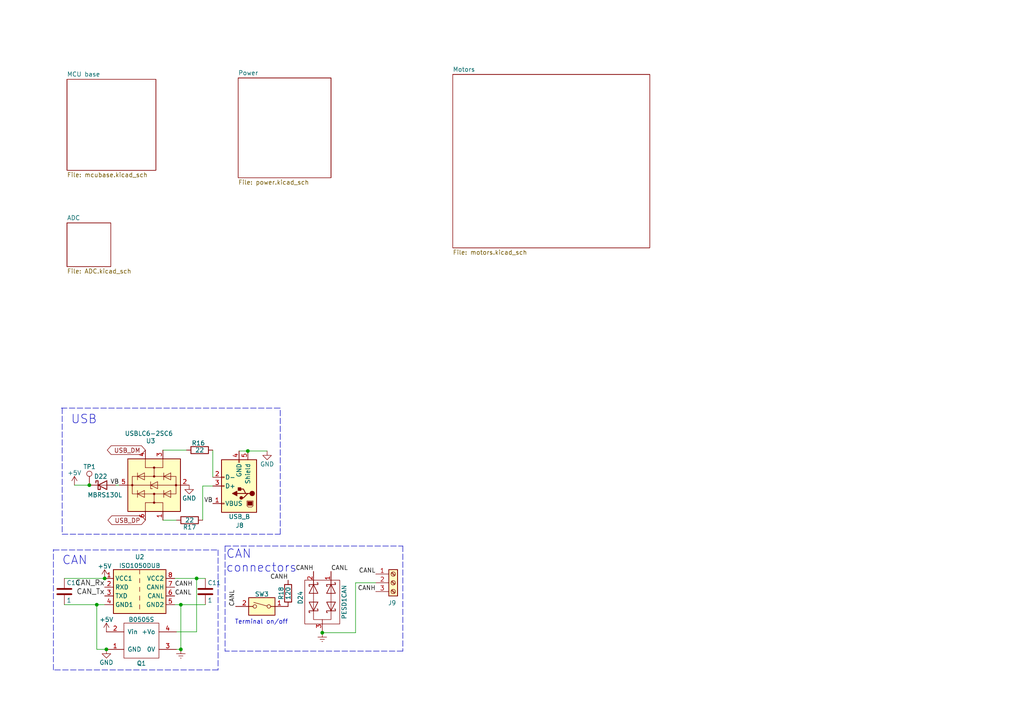
<source format=kicad_sch>
(kicad_sch (version 20211123) (generator eeschema)
  (paper "A4")
  (lib_symbols
    (symbol "Connector:Screw_Terminal_01x03" (pin_names (offset 1.016) hide)
      (property "Reference" "J" (at 0 5.08 0))
      (property "Value" "Screw_Terminal_01x03" (at 0 -5.08 0))
      (symbol "Screw_Terminal_01x03_1_1"
        (rectangle (start -1.27 3.81) (end 1.27 -3.81) (stroke (width 0.254)) (fill (type background)))
        (circle (center 0 -2.54) (radius 0.635) (stroke (width 0.1524)))
        (polyline (pts (xy -0.5334 -2.2098) (xy 0.3302 -3.048)) (stroke (width 0.1524)))
        (polyline (pts (xy -0.5334 0.3302) (xy 0.3302 -0.508)) (stroke (width 0.1524)))
        (polyline (pts (xy -0.5334 2.8702) (xy 0.3302 2.032)) (stroke (width 0.1524)))
        (polyline (pts (xy -0.3556 -2.032) (xy 0.508 -2.8702)) (stroke (width 0.1524)))
        (polyline (pts (xy -0.3556 0.508) (xy 0.508 -0.3302)) (stroke (width 0.1524)))
        (polyline (pts (xy -0.3556 3.048) (xy 0.508 2.2098)) (stroke (width 0.1524)))
        (circle (center 0 0) (radius 0.635) (stroke (width 0.1524)))
        (circle (center 0 2.54) (radius 0.635) (stroke (width 0.1524)))
        (pin passive line (at -5.08 2.54 0) (length 3.81) (name "Pin_1") (number "1"))
        (pin passive line (at -5.08 0 0) (length 3.81) (name "Pin_2") (number "2"))
        (pin passive line (at -5.08 -2.54 0) (length 3.81) (name "Pin_3") (number "3"))
      )
    )
    (symbol "Connector:TestPoint" (pin_numbers hide) (pin_names (offset 0.762) hide)
      (property "Reference" "TP" (at 0 6.858 0))
      (property "Value" "TestPoint" (at 0 5.08 0))
      (symbol "TestPoint_0_1"
        (circle (center 0 3.302) (radius 0.762))
      )
      (symbol "TestPoint_1_1"
        (pin passive line (at 0 0 90) (length 2.54) (name "1") (number "1"))
      )
    )
    (symbol "Connector:USB_B" (pin_names (offset 1.016))
      (property "Reference" "J" (at -5.08 11.43 0))
      (property "Value" "USB_B" (at -5.08 8.89 0))
      (symbol "USB_B_0_1"
        (rectangle (start -5.08 -7.62) (end 5.08 7.62) (stroke (width 0.254)) (fill (type background)))
        (circle (center -3.81 2.159) (radius 0.635) (stroke (width 0.254)) (fill (type outline)))
        (rectangle (start -3.81 5.588) (end -2.54 4.572) (fill (type outline)))
        (circle (center -0.635 3.429) (radius 0.381) (stroke (width 0.254)) (fill (type outline)))
        (rectangle (start -0.127 -7.62) (end 0.127 -6.858))
        (polyline (pts (xy -1.905 2.159) (xy 0.635 2.159)) (stroke (width 0.254)))
        (polyline (pts (xy -3.175 2.159) (xy -2.54 2.159) (xy -1.27 3.429) (xy -0.635 3.429)) (stroke (width 0.254)))
        (polyline (pts (xy -2.54 2.159) (xy -1.905 2.159) (xy -1.27 0.889) (xy 0 0.889)) (stroke (width 0.254)))
        (polyline (pts (xy 0.635 2.794) (xy 0.635 1.524) (xy 1.905 2.159) (xy 0.635 2.794)) (stroke (width 0.254)) (fill (type outline)))
        (polyline (pts (xy -4.064 4.318) (xy -2.286 4.318) (xy -2.286 5.715) (xy -2.667 6.096) (xy -3.683 6.096) (xy -4.064 5.715) (xy -4.064 4.318)))
        (rectangle (start 0.254 1.27) (end -0.508 0.508) (stroke (width 0.254)) (fill (type outline)))
        (rectangle (start 5.08 -2.667) (end 4.318 -2.413))
        (rectangle (start 5.08 -0.127) (end 4.318 0.127))
        (rectangle (start 5.08 4.953) (end 4.318 5.207))
      )
      (symbol "USB_B_1_1"
        (pin power_out line (at 7.62 5.08 180) (length 2.54) (name "VBUS") (number "1"))
        (pin bidirectional line (at 7.62 -2.54 180) (length 2.54) (name "D-") (number "2"))
        (pin bidirectional line (at 7.62 0 180) (length 2.54) (name "D+") (number "3"))
        (pin power_out line (at 0 -10.16 90) (length 2.54) (name "GND") (number "4"))
        (pin passive line (at -2.54 -10.16 90) (length 2.54) (name "Shield") (number "5"))
      )
    )
    (symbol "Device:D_Schottky" (pin_numbers hide) (pin_names (offset 1.016) hide)
      (property "Reference" "D" (at 0 2.54 0))
      (property "Value" "D_Schottky" (at 0 -2.54 0))
      (symbol "D_Schottky_0_1"
        (polyline (pts (xy 1.27 0) (xy -1.27 0)))
        (polyline (pts (xy 1.27 1.27) (xy 1.27 -1.27) (xy -1.27 0) (xy 1.27 1.27)) (stroke (width 0.254)))
        (polyline (pts (xy -1.905 0.635) (xy -1.905 1.27) (xy -1.27 1.27) (xy -1.27 -1.27) (xy -0.635 -1.27) (xy -0.635 -0.635)) (stroke (width 0.254)))
      )
      (symbol "D_Schottky_1_1"
        (pin passive line (at -3.81 0 0) (length 2.54) (name "K") (number "1"))
        (pin passive line (at 3.81 0 180) (length 2.54) (name "A") (number "2"))
      )
    )
    (symbol "Interface_CAN_LIN:ISO1050DUB"
      (property "Reference" "U" (at -6.35 6.35 0))
      (property "Value" "ISO1050DUB" (at 2.54 6.35 0))
      (symbol "ISO1050DUB_0_1"
        (rectangle (start -7.62 5.08) (end 7.62 -7.62) (stroke (width 0.254)) (fill (type background)))
        (polyline (pts (xy 0 -5.08) (xy 0 -6.35)))
        (polyline (pts (xy 0 -2.54) (xy 0 -3.81)))
        (polyline (pts (xy 0 0) (xy 0 -1.27)))
        (polyline (pts (xy 0 2.54) (xy 0 1.27)))
        (polyline (pts (xy 0 5.08) (xy 0 3.81)))
      )
      (symbol "ISO1050DUB_1_1"
        (pin power_in line (at -10.16 2.54 0) (length 2.54) (name "VCC1") (number "1"))
        (pin output line (at -10.16 0 0) (length 2.54) (name "RXD") (number "2"))
        (pin input line (at -10.16 -2.54 0) (length 2.54) (name "TXD") (number "3"))
        (pin power_in line (at -10.16 -5.08 0) (length 2.54) (name "GND1") (number "4"))
        (pin power_in line (at 10.16 -5.08 180) (length 2.54) (name "GND2") (number "5"))
        (pin bidirectional line (at 10.16 -2.54 180) (length 2.54) (name "CANL") (number "6"))
        (pin bidirectional line (at 10.16 0 180) (length 2.54) (name "CANH") (number "7"))
        (pin power_in line (at 10.16 2.54 180) (length 2.54) (name "VCC2") (number "8"))
      )
    )
    (symbol "Power_Protection:USBLC6-2SC6" (pin_names hide)
      (property "Reference" "U" (at 2.54 8.89 0))
      (property "Value" "USBLC6-2SC6" (at 2.54 -8.89 0))
      (symbol "USBLC6-2SC6_0_1"
        (rectangle (start -7.62 -7.62) (end 7.62 7.62) (stroke (width 0.254)) (fill (type background)))
        (circle (center -5.08 0) (radius 0.254) (fill (type outline)))
        (circle (center -2.54 0) (radius 0.254) (fill (type outline)))
        (rectangle (start -2.54 6.35) (end 2.54 -6.35))
        (circle (center 0 -6.35) (radius 0.254) (fill (type outline)))
        (polyline (pts (xy -5.08 -2.54) (xy -7.62 -2.54)))
        (polyline (pts (xy -5.08 0) (xy -5.08 -2.54)))
        (polyline (pts (xy -5.08 2.54) (xy -7.62 2.54)))
        (polyline (pts (xy -1.524 -2.794) (xy -3.556 -2.794)))
        (polyline (pts (xy -1.524 4.826) (xy -3.556 4.826)))
        (polyline (pts (xy 0 -7.62) (xy 0 -6.35)))
        (polyline (pts (xy 0 -6.35) (xy 0 1.27)))
        (polyline (pts (xy 0 1.27) (xy 0 6.35)))
        (polyline (pts (xy 0 6.35) (xy 0 7.62)))
        (polyline (pts (xy 1.524 -2.794) (xy 3.556 -2.794)))
        (polyline (pts (xy 1.524 4.826) (xy 3.556 4.826)))
        (polyline (pts (xy 5.08 -2.54) (xy 7.62 -2.54)))
        (polyline (pts (xy 5.08 0) (xy 5.08 -2.54)))
        (polyline (pts (xy 5.08 2.54) (xy 7.62 2.54)))
        (polyline (pts (xy -2.54 0) (xy -5.08 0) (xy -5.08 2.54)))
        (polyline (pts (xy 2.54 0) (xy 5.08 0) (xy 5.08 2.54)))
        (polyline (pts (xy -3.556 -4.826) (xy -1.524 -4.826) (xy -2.54 -2.794) (xy -3.556 -4.826)))
        (polyline (pts (xy -3.556 2.794) (xy -1.524 2.794) (xy -2.54 4.826) (xy -3.556 2.794)))
        (polyline (pts (xy -1.016 -1.016) (xy 1.016 -1.016) (xy 0 1.016) (xy -1.016 -1.016)))
        (polyline (pts (xy 1.016 1.016) (xy 0.762 1.016) (xy -1.016 1.016) (xy -1.016 0.508)))
        (polyline (pts (xy 3.556 -4.826) (xy 1.524 -4.826) (xy 2.54 -2.794) (xy 3.556 -4.826)))
        (polyline (pts (xy 3.556 2.794) (xy 1.524 2.794) (xy 2.54 4.826) (xy 3.556 2.794)))
        (circle (center 0 6.35) (radius 0.254) (fill (type outline)))
        (circle (center 2.54 0) (radius 0.254) (fill (type outline)))
        (circle (center 5.08 0) (radius 0.254) (fill (type outline)))
      )
      (symbol "USBLC6-2SC6_1_1"
        (pin passive line (at -10.16 -2.54 0) (length 2.54) (name "I/O1") (number "1"))
        (pin passive line (at 0 -10.16 90) (length 2.54) (name "GND") (number "2"))
        (pin passive line (at 10.16 -2.54 180) (length 2.54) (name "I/O2") (number "3"))
        (pin passive line (at 10.16 2.54 180) (length 2.54) (name "I/O2") (number "4"))
        (pin passive line (at 0 10.16 270) (length 2.54) (name "VBUS") (number "5"))
        (pin passive line (at -10.16 2.54 0) (length 2.54) (name "I/O1") (number "6"))
      )
    )
    (symbol "Switch:SW_DIP_x01" (pin_names (offset 0) hide)
      (property "Reference" "SW" (at 0 3.81 0))
      (property "Value" "SW_DIP_x01" (at 0 -3.81 0))
      (symbol "SW_DIP_x01_0_0"
        (circle (center -2.032 0) (radius 0.508))
        (polyline (pts (xy -1.524 0.127) (xy 2.3622 1.1684)))
        (circle (center 2.032 0) (radius 0.508))
      )
      (symbol "SW_DIP_x01_0_1"
        (rectangle (start -3.81 2.54) (end 3.81 -2.54) (stroke (width 0.254)) (fill (type background)))
      )
      (symbol "SW_DIP_x01_1_1"
        (pin passive line (at -7.62 0 0) (length 5.08) (name "~") (number "1"))
        (pin passive line (at 7.62 0 180) (length 5.08) (name "~") (number "2"))
      )
    )
    (symbol "elements:B0505S" (pin_names (offset 1.016))
      (property "Reference" "Q?" (at 0 6.35 0))
      (property "Value" "B0505S" (at 0 -6.35 0))
      (symbol "B0505S_0_1"
        (rectangle (start -5.08 5.08) (end 5.08 -5.08))
      )
      (symbol "B0505S_1_1"
        (pin power_in line (at -10.16 -2.54 0) (length 5.08) (name "GND") (number "1"))
        (pin power_in line (at -10.16 2.54 0) (length 5.08) (name "Vin") (number "2"))
        (pin power_out line (at 10.16 -2.54 180) (length 5.08) (name "0V") (number "3"))
        (pin power_out line (at 10.16 2.54 180) (length 5.08) (name "+Vo") (number "4"))
      )
    )
    (symbol "elements:PESD1CAN" (pin_names (offset 0.762) hide)
      (property "Reference" "D" (at 0 -8.89 0))
      (property "Value" "PESD1CAN" (at 1.27 3.81 0))
      (symbol "PESD1CAN_0_1"
        (rectangle (start -5.08 2.54) (end 7.62 -7.62))
        (polyline (pts (xy -3.556 -5.08) (xy 3.81 -5.08)))
        (polyline (pts (xy -3.556 0) (xy 3.81 0)))
        (polyline (pts (xy -3.81 -3.81) (xy -3.81 -6.35) (xy -3.81 -6.35)) (stroke (width 0.2032)))
        (polyline (pts (xy -3.81 1.27) (xy -3.81 -1.27) (xy -3.81 -1.27)) (stroke (width 0.2032)))
        (polyline (pts (xy 3.81 -3.81) (xy 3.81 -6.35) (xy 3.81 -6.35)) (stroke (width 0.2032)))
        (polyline (pts (xy 3.81 1.27) (xy 3.81 -1.27) (xy 3.81 -1.27)) (stroke (width 0.2032)))
        (polyline (pts (xy -3.81 -3.81) (xy -4.318 -3.81) (xy -4.318 -4.064) (xy -4.318 -4.064)) (stroke (width 0.2032)))
        (polyline (pts (xy -3.81 1.27) (xy -4.318 1.27) (xy -4.318 1.016) (xy -4.318 1.016)) (stroke (width 0.2032)))
        (polyline (pts (xy 3.81 -6.35) (xy 4.318 -6.35) (xy 4.318 -6.096) (xy 4.318 -6.096)) (stroke (width 0.2032)))
        (polyline (pts (xy 3.81 -3.81) (xy 3.302 -3.81) (xy 3.302 -4.064) (xy 3.302 -4.064)) (stroke (width 0.2032)))
        (polyline (pts (xy 3.81 -1.27) (xy 4.318 -1.27) (xy 4.318 -1.016) (xy 4.318 -1.016)) (stroke (width 0.2032)))
        (polyline (pts (xy 3.81 0) (xy 6.35 0) (xy 6.35 -5.08) (xy 3.81 -5.08)))
        (polyline (pts (xy 3.81 1.27) (xy 3.302 1.27) (xy 3.302 1.016) (xy 3.302 1.016)) (stroke (width 0.2032)))
        (polyline (pts (xy -3.302 -6.096) (xy -3.302 -6.35) (xy -3.81 -6.35) (xy -3.81 -6.35) (xy -3.81 -6.35)) (stroke (width 0.2032)))
        (polyline (pts (xy -3.302 -1.016) (xy -3.302 -1.27) (xy -3.81 -1.27) (xy -3.81 -1.27) (xy -3.81 -1.27)) (stroke (width 0.2032)))
        (polyline (pts (xy -1.27 -6.35) (xy -3.81 -5.08) (xy -1.27 -3.81) (xy -1.27 -6.35) (xy -1.27 -6.35) (xy -1.27 -6.35)) (stroke (width 0.2032)))
        (polyline (pts (xy -1.27 -1.27) (xy -3.81 0) (xy -1.27 1.27) (xy -1.27 -1.27) (xy -1.27 -1.27) (xy -1.27 -1.27)) (stroke (width 0.2032)))
        (polyline (pts (xy 1.27 -3.81) (xy 3.81 -5.08) (xy 1.27 -6.35) (xy 1.27 -3.81) (xy 1.27 -3.81) (xy 1.27 -3.81)) (stroke (width 0.2032)))
        (polyline (pts (xy 1.27 1.27) (xy 3.81 0) (xy 1.27 -1.27) (xy 1.27 1.27) (xy 1.27 1.27) (xy 1.27 1.27)) (stroke (width 0.2032)))
        (pin passive line (at -7.62 0 0) (length 3.81) (name "K") (number "1"))
        (pin passive line (at -7.62 -5.08 0) (length 3.81) (name "K") (number "2"))
        (pin passive line (at 10.16 -2.54 180) (length 3.81) (name "O") (number "3"))
      )
    )
    (symbol "power:Earth" (power) (pin_names (offset 0))
      (symbol "Earth_0_1"
        (polyline (pts (xy -0.635 -1.905) (xy 0.635 -1.905)))
        (polyline (pts (xy -0.127 -2.54) (xy 0.127 -2.54)))
        (polyline (pts (xy 0 -1.27) (xy 0 0)))
        (polyline (pts (xy 1.27 -1.27) (xy -1.27 -1.27)))
      )
      (symbol "Earth_1_1"
        (pin power_in line (at 0 0 270) (length 0) hide (name "Earth") (number "1"))
      )
    )
    (symbol "power:GND" (power) (pin_names (offset 0))
      (property "Value" "GND" (at 0 -3.81 0))
      (symbol "GND_0_1"
        (polyline (pts (xy 0 0) (xy 0 -1.27) (xy 1.27 -1.27) (xy 0 -2.54) (xy -1.27 -1.27) (xy 0 -1.27)))
      )
      (symbol "GND_1_1"
        (pin power_in line (at 0 0 270) (length 0) hide (name "GND") (number "1"))
      )
    )
    (symbol "stm32-rescue:+5V" (power) (pin_names (offset 0))
      (property "Value" "+5V" (at 0 3.556 0))
      (symbol "+5V_0_1"
        (polyline (pts (xy -0.762 1.27) (xy 0 2.54)))
        (polyline (pts (xy 0 0) (xy 0 2.54)))
        (polyline (pts (xy 0 2.54) (xy 0.762 1.27)))
      )
      (symbol "+5V_1_1"
        (pin power_in line (at 0 0 90) (length 0) hide (name "+5V") (number "1"))
      )
    )
    (symbol "stm32-rescue:C" (pin_numbers hide) (pin_names (offset 0.254))
      (property "Reference" "C" (at 0.635 2.54 0))
      (property "Value" "C" (at 0.635 -2.54 0))
      (symbol "C_0_1"
        (polyline (pts (xy -2.032 -0.762) (xy 2.032 -0.762)) (stroke (width 0.508)))
        (polyline (pts (xy -2.032 0.762) (xy 2.032 0.762)) (stroke (width 0.508)))
      )
      (symbol "C_1_1"
        (pin passive line (at 0 3.81 270) (length 2.794) (name "~") (number "1"))
        (pin passive line (at 0 -3.81 90) (length 2.794) (name "~") (number "2"))
      )
    )
    (symbol "stm32-rescue:R" (pin_numbers hide) (pin_names (offset 0))
      (property "Reference" "R" (at 2.032 0 90))
      (property "Value" "R" (at 0 0 90))
      (symbol "R_0_1"
        (rectangle (start -1.016 -2.54) (end 1.016 2.54) (stroke (width 0.254)))
      )
      (symbol "R_1_1"
        (pin passive line (at 0 3.81 270) (length 1.27) (name "~") (number "1"))
        (pin passive line (at 0 -3.81 90) (length 1.27) (name "~") (number "2"))
      )
    )
  )
  (junction (at 52.451 188.341))
  (junction (at 93.472 183.515))
  (junction (at 30.353 167.767))
  (junction (at 25.908 140.716))
  (junction (at 30.861 188.341))
  (junction (at 28.067 175.387))
  (junction (at 71.882 130.81))
  (junction (at 52.451 175.387))
  (junction (at 57.023 167.767))
  (wire (pts (xy 108.966 169.037) (xy 103.124 169.037)))
  (wire (pts (xy 61.722 130.556) (xy 61.722 138.43)))
  (polyline (pts (xy 17.78 118.364) (xy 81.28 118.364)))
  (polyline (pts (xy 18.034 154.94) (xy 81.28 154.94)))
  (wire (pts (xy 52.451 175.387) (xy 52.451 188.341)))
  (wire (pts (xy 57.023 183.261) (xy 57.023 167.767)))
  (polyline (pts (xy 63.246 194.31) (xy 15.494 194.31)))
  (wire (pts (xy 57.023 167.767) (xy 59.563 167.767)))
  (wire (pts (xy 69.342 130.81) (xy 71.882 130.81)))
  (polyline (pts (xy 65.278 158.369) (xy 116.84 158.369)))
  (wire (pts (xy 30.861 188.341) (xy 28.067 188.341)))
  (polyline (pts (xy 116.84 188.849) (xy 65.278 188.849)))
  (wire (pts (xy 18.669 175.387) (xy 28.067 175.387)))
  (wire (pts (xy 52.451 188.341) (xy 51.181 188.341)))
  (wire (pts (xy 59.563 175.387) (xy 52.451 175.387)))
  (polyline (pts (xy 18.034 118.364) (xy 18.034 154.94)))
  (polyline (pts (xy 15.494 159.512) (xy 63.246 159.512)))
  (wire (pts (xy 28.067 175.387) (xy 30.353 175.387)))
  (wire (pts (xy 47.244 130.556) (xy 54.102 130.556)))
  (polyline (pts (xy 116.84 158.369) (xy 116.84 188.849)))
  (polyline (pts (xy 15.494 194.31) (xy 15.494 159.385)))
  (wire (pts (xy 58.801 140.97) (xy 61.722 140.97)))
  (wire (pts (xy 50.673 175.387) (xy 52.451 175.387)))
  (wire (pts (xy 50.673 167.767) (xy 57.023 167.767)))
  (polyline (pts (xy 63.246 159.512) (xy 63.246 194.31)))
  (wire (pts (xy 71.882 130.81) (xy 77.47 130.81)))
  (wire (pts (xy 21.59 140.716) (xy 25.908 140.716)))
  (wire (pts (xy 51.181 183.261) (xy 57.023 183.261)))
  (wire (pts (xy 18.669 167.767) (xy 30.353 167.767)))
  (wire (pts (xy 103.124 169.037) (xy 103.124 183.515)))
  (wire (pts (xy 47.244 150.876) (xy 51.181 150.876)))
  (wire (pts (xy 28.067 188.341) (xy 28.067 175.387)))
  (wire (pts (xy 58.801 150.876) (xy 58.801 140.97)))
  (polyline (pts (xy 65.278 158.369) (xy 65.278 188.849)))
  (polyline (pts (xy 81.28 154.94) (xy 81.28 118.364)))
  (wire (pts (xy 93.472 183.515) (xy 103.124 183.515)))
  (wire (pts (xy 33.528 140.716) (xy 34.544 140.716)))
  (text "Terminal on/off" (at 68.072 181.229 0) (effects (font (size 1.27 1.27)) (justify left bottom)))
  (text "USB" (at 28.194 123.19 180) (effects (font (size 2.4892 2.4892)) (justify right bottom)))
  (text "CAN\nconnectors" (at 65.532 166.243 0) (effects (font (size 2.4892 2.4892)) (justify left bottom)))
  (text "CAN" (at 25.4 164.084 180) (effects (font (size 2.4892 2.4892)) (justify right bottom)))
  (label "VB" (at 34.544 140.716 180))
  (label "CANH" (at 83.566 168.275 180))
  (label "CANH" (at 90.932 165.735 180))
  (label "CANL" (at 108.966 166.497 180))
  (label "CANL" (at 96.012 165.735 0))
  (label "CAN_Rx" (at 30.353 170.307 180) (effects (font (size 1.524 1.524))))
  (label "CAN_Tx" (at 30.353 172.847 180) (effects (font (size 1.524 1.524))))
  (label "VB" (at 61.722 146.05 180))
  (label "CANL" (at 68.326 175.895 90))
  (label "CANL" (at 50.673 172.847 0))
  (label "CANH" (at 108.966 171.577 180))
  (label "CANH" (at 50.673 170.307 0))
  (global_label "USB_DP" (shape bidirectional) (at 42.164 150.876 180) (property "Intersheet References" "${INTERSHEET_REFS}" (effects hide)))
  (global_label "USB_DM" (shape bidirectional) (at 42.164 130.556 180) (property "Intersheet References" "${INTERSHEET_REFS}" (effects hide)))
  (symbol (lib_id "Connector:USB_B") (at 69.342 140.97 180) (unit 1)
    (property "Reference" "J8" (at 68.326 152.4 0) (effects (justify right)))
    (property "Value" "USB_B" (at 66.294 149.86 0) (effects (justify right)))
    (property "Footprint" "Connector_USB:USB_B_OST_USB-B1HSxx_Horizontal" (effects hide))
    (property "Datasheet" " ~" (effects hide))
  )
  (symbol (lib_id "power:GND") (at 30.861 188.341 0) (unit 1)
    (property "Reference" "#PWR019" (effects hide))
    (property "Value" "GND" (at 30.861 192.151 0))
  )
  (symbol (lib_id "stm32-rescue:R") (at 83.566 172.085 180) (unit 1)
    (property "Reference" "R18" (at 81.534 172.085 90))
    (property "Value" "120" (at 83.566 172.085 90))
    (property "Footprint" "Resistor_SMD:R_1210_3225Metric_Pad1.42x2.65mm_HandSolder" (effects hide))
  )
  (symbol (lib_id "stm32-rescue:+5V") (at 30.861 183.261 0) (unit 1)
    (property "Reference" "#PWR018" (effects hide))
    (property "Value" "+5V" (at 30.861 179.705 0))
  )
  (symbol (lib_id "elements:PESD1CAN") (at 96.012 173.355 270) (unit 1)
    (property "Reference" "D24" (at 87.122 173.355 0))
    (property "Value" "PESD1CAN" (at 99.822 174.625 0))
    (property "Footprint" "Package_TO_SOT_SMD:SOT-23" (effects hide))
  )
  (symbol (lib_id "power:Earth") (at 93.472 183.515 0) (unit 1)
    (property "Reference" "#PWR023" (effects hide))
    (property "Value" "Earth" (effects hide))
  )
  (symbol (lib_id "stm32-rescue:C") (at 59.563 171.577 0) (unit 1)
    (property "Reference" "C11" (at 60.198 169.037 0) (effects (justify left)))
    (property "Value" "1" (at 60.198 174.117 0) (effects (justify left)))
    (property "Footprint" "Capacitor_SMD:C_0805_2012Metric_Pad1.15x1.40mm_HandSolder" (effects hide))
  )
  (symbol (lib_id "stm32-rescue:R") (at 54.991 150.876 270) (unit 1)
    (property "Reference" "R17" (at 54.991 152.908 90))
    (property "Value" "22" (at 54.991 150.876 90))
    (property "Footprint" "Resistor_SMD:R_0603_1608Metric_Pad1.05x0.95mm_HandSolder" (effects hide))
  )
  (symbol (lib_id "stm32-rescue:R") (at 57.912 130.556 270) (unit 1)
    (property "Reference" "R16" (at 57.531 128.524 90))
    (property "Value" "22" (at 57.912 130.556 90))
    (property "Footprint" "Resistor_SMD:R_0603_1608Metric_Pad1.05x0.95mm_HandSolder" (effects hide))
  )
  (symbol (lib_id "Power_Protection:USBLC6-2SC6") (at 44.704 140.716 90) (unit 1)
    (property "Reference" "U3" (at 43.688 127.889 90))
    (property "Value" "USBLC6-2SC6" (at 43.18 125.73 90))
    (property "Footprint" "Package_TO_SOT_SMD:SOT-23-6" (effects hide))
    (property "Datasheet" "https://www.st.com/resource/en/datasheet/usblc6-2.pdf" (effects hide))
  )
  (symbol (lib_id "power:Earth") (at 52.451 188.341 0) (unit 1)
    (property "Reference" "#PWR020" (effects hide))
    (property "Value" "Earth" (effects hide))
  )
  (symbol (lib_id "Switch:SW_DIP_x01") (at 75.946 175.895 0) (mirror y) (unit 1)
    (property "Reference" "SW3" (at 75.946 172.339 0))
    (property "Value" "SW_DIP_x01" (effects hide))
    (property "Footprint" "Button_Switch_THT:SW_DIP_SPSTx01_Slide_6.7x4.1mm_W7.62mm_P2.54mm_LowProfile" (effects hide))
  )
  (symbol (lib_id "power:GND") (at 77.47 130.81 0) (unit 1)
    (property "Reference" "#PWR022" (effects hide))
    (property "Value" "GND" (at 77.47 134.62 0))
  )
  (symbol (lib_id "power:GND") (at 54.864 140.716 0) (unit 1)
    (property "Reference" "#PWR021" (effects hide))
    (property "Value" "GND" (at 54.864 144.526 0))
  )
  (symbol (lib_id "stm32-rescue:C") (at 18.669 171.577 0) (unit 1)
    (property "Reference" "C10" (at 19.304 169.037 0) (effects (justify left)))
    (property "Value" "1" (at 19.304 174.117 0) (effects (justify left)))
    (property "Footprint" "Capacitor_SMD:C_0805_2012Metric_Pad1.15x1.40mm_HandSolder" (effects hide))
  )
  (symbol (lib_id "stm32-rescue:+5V") (at 21.59 140.716 0) (unit 1)
    (property "Reference" "#PWR016" (effects hide))
    (property "Value" "+5V" (at 21.59 137.16 0))
  )
  (symbol (lib_id "Connector:Screw_Terminal_01x03") (at 114.046 169.037 0) (unit 1)
    (property "Reference" "J9" (at 112.522 174.879 0) (effects (justify left)))
    (property "Value" "Screw_Terminal_01x03" (effects hide))
    (property "Footprint" "TerminalBlock_Phoenix:TerminalBlock_Phoenix_MKDS-1,5-3_1x03_P5.00mm_Horizontal" (effects hide))
  )
  (symbol (lib_id "Interface_CAN_LIN:ISO1050DUB") (at 40.513 170.307 0) (unit 1)
    (property "Reference" "U2" (at 40.513 161.5272 0))
    (property "Value" "ISO1050DUB" (at 40.513 164.0641 0))
    (property "Footprint" "Package_SO:SOP-8_6.62x9.15mm_P2.54mm" (effects hide))
    (property "Datasheet" "http://www.ti.com/lit/ds/symlink/iso1050.pdf" (effects hide))
  )
  (symbol (lib_id "stm32-rescue:+5V") (at 30.353 167.767 0) (unit 1)
    (property "Reference" "#PWR017" (effects hide))
    (property "Value" "+5V" (at 30.353 164.211 0))
  )
  (symbol (lib_id "Device:D_Schottky") (at 29.718 140.716 0) (unit 1)
    (property "Reference" "D22" (at 29.21 138.176 0))
    (property "Value" "MBRS130L" (at 30.4292 143.5608 0))
    (property "Footprint" "Diode_SMD:D_SMB_Handsoldering" (effects hide))
  )
  (symbol (lib_id "elements:B0505S") (at 41.021 185.801 0) (unit 1)
    (property "Reference" "Q1" (at 41.021 192.405 0))
    (property "Value" "B0505S" (at 41.021 179.705 0))
    (property "Footprint" "my_footprints:B0x0xS" (effects hide))
  )
  (symbol (lib_id "Connector:TestPoint") (at 25.908 140.716 0) (unit 1)
    (property "Reference" "TP1" (at 24.13 135.382 0) (effects (justify left)))
    (property "Value" "5V" (effects hide))
    (property "Footprint" "TestPoint:TestPoint_THTPad_1.5x1.5mm_Drill0.7mm" (effects hide))
  )
  (sheet (at 19.431 22.987) (size 25.781 26.416) (stroke (width 0.1524))
    (property "Sheet name" "MCU base" (at 19.431 22.2754 0) (effects (justify left bottom)))
    (property "Sheet file" "mcubase.kicad_sch" (at 19.431 49.9876 0) (effects (justify left top)))
  )
  (sheet (at 69.088 22.606) (size 26.924 28.956) (stroke (width 0.1524))
    (property "Sheet name" "Power" (at 69.088 21.8944 0) (effects (justify left bottom)))
    (property "Sheet file" "power.kicad_sch" (at 69.088 52.1466 0) (effects (justify left top)))
  )
  (sheet (at 19.431 64.643) (size 12.7 12.7) (stroke (width 0.1524))
    (property "Sheet name" "ADC" (at 19.431 63.9314 0) (effects (justify left bottom)))
    (property "Sheet file" "ADC.kicad_sch" (at 19.431 77.9276 0) (effects (justify left top)))
  )
  (sheet (at 131.318 21.59) (size 57.15 50.292) (stroke (width 0.1524))
    (property "Sheet name" "Motors" (at 131.318 20.8784 0) (effects (justify left bottom)))
    (property "Sheet file" "motors.kicad_sch" (at 131.318 72.4666 0) (effects (justify left top)))
  )
)
</source>
